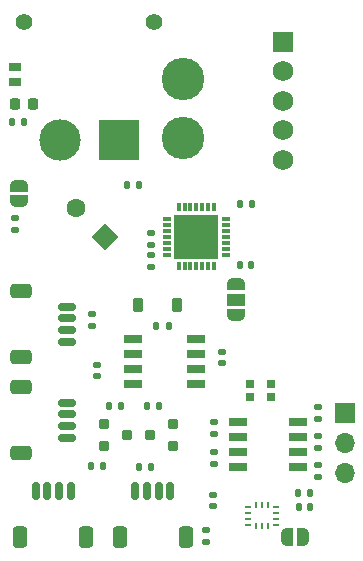
<source format=gbr>
%TF.GenerationSoftware,KiCad,Pcbnew,8.0.4*%
%TF.CreationDate,2025-04-14T17:42:23-04:00*%
%TF.ProjectId,Daisy_Board_Stepper,44616973-795f-4426-9f61-72645f537465,rev?*%
%TF.SameCoordinates,Original*%
%TF.FileFunction,Soldermask,Top*%
%TF.FilePolarity,Negative*%
%FSLAX46Y46*%
G04 Gerber Fmt 4.6, Leading zero omitted, Abs format (unit mm)*
G04 Created by KiCad (PCBNEW 8.0.4) date 2025-04-14 17:42:23*
%MOMM*%
%LPD*%
G01*
G04 APERTURE LIST*
G04 Aperture macros list*
%AMRoundRect*
0 Rectangle with rounded corners*
0 $1 Rounding radius*
0 $2 $3 $4 $5 $6 $7 $8 $9 X,Y pos of 4 corners*
0 Add a 4 corners polygon primitive as box body*
4,1,4,$2,$3,$4,$5,$6,$7,$8,$9,$2,$3,0*
0 Add four circle primitives for the rounded corners*
1,1,$1+$1,$2,$3*
1,1,$1+$1,$4,$5*
1,1,$1+$1,$6,$7*
1,1,$1+$1,$8,$9*
0 Add four rect primitives between the rounded corners*
20,1,$1+$1,$2,$3,$4,$5,0*
20,1,$1+$1,$4,$5,$6,$7,0*
20,1,$1+$1,$6,$7,$8,$9,0*
20,1,$1+$1,$8,$9,$2,$3,0*%
%AMRotRect*
0 Rectangle, with rotation*
0 The origin of the aperture is its center*
0 $1 length*
0 $2 width*
0 $3 Rotation angle, in degrees counterclockwise*
0 Add horizontal line*
21,1,$1,$2,0,0,$3*%
%AMFreePoly0*
4,1,19,0.500000,-0.750000,0.000000,-0.750000,0.000000,-0.744911,-0.071157,-0.744911,-0.207708,-0.704816,-0.327430,-0.627875,-0.420627,-0.520320,-0.479746,-0.390866,-0.500000,-0.250000,-0.500000,0.250000,-0.479746,0.390866,-0.420627,0.520320,-0.327430,0.627875,-0.207708,0.704816,-0.071157,0.744911,0.000000,0.744911,0.000000,0.750000,0.500000,0.750000,0.500000,-0.750000,0.500000,-0.750000,
$1*%
%AMFreePoly1*
4,1,19,0.000000,0.744911,0.071157,0.744911,0.207708,0.704816,0.327430,0.627875,0.420627,0.520320,0.479746,0.390866,0.500000,0.250000,0.500000,-0.250000,0.479746,-0.390866,0.420627,-0.520320,0.327430,-0.627875,0.207708,-0.704816,0.071157,-0.744911,0.000000,-0.744911,0.000000,-0.750000,-0.500000,-0.750000,-0.500000,0.750000,0.000000,0.750000,0.000000,0.744911,0.000000,0.744911,
$1*%
%AMFreePoly2*
4,1,19,0.550000,-0.750000,0.000000,-0.750000,0.000000,-0.744911,-0.071157,-0.744911,-0.207708,-0.704816,-0.327430,-0.627875,-0.420627,-0.520320,-0.479746,-0.390866,-0.500000,-0.250000,-0.500000,0.250000,-0.479746,0.390866,-0.420627,0.520320,-0.327430,0.627875,-0.207708,0.704816,-0.071157,0.744911,0.000000,0.744911,0.000000,0.750000,0.550000,0.750000,0.550000,-0.750000,0.550000,-0.750000,
$1*%
%AMFreePoly3*
4,1,19,0.000000,0.744911,0.071157,0.744911,0.207708,0.704816,0.327430,0.627875,0.420627,0.520320,0.479746,0.390866,0.500000,0.250000,0.500000,-0.250000,0.479746,-0.390866,0.420627,-0.520320,0.327430,-0.627875,0.207708,-0.704816,0.071157,-0.744911,0.000000,-0.744911,0.000000,-0.750000,-0.550000,-0.750000,-0.550000,0.750000,0.000000,0.750000,0.000000,0.744911,0.000000,0.744911,
$1*%
G04 Aperture macros list end*
%ADD10C,1.400000*%
%ADD11R,3.500000X3.500000*%
%ADD12C,3.500000*%
%ADD13RoundRect,0.135000X-0.185000X0.135000X-0.185000X-0.135000X0.185000X-0.135000X0.185000X0.135000X0*%
%ADD14RoundRect,0.150000X-0.150000X-0.625000X0.150000X-0.625000X0.150000X0.625000X-0.150000X0.625000X0*%
%ADD15RoundRect,0.250000X-0.350000X-0.650000X0.350000X-0.650000X0.350000X0.650000X-0.350000X0.650000X0*%
%ADD16RoundRect,0.135000X0.135000X0.185000X-0.135000X0.185000X-0.135000X-0.185000X0.135000X-0.185000X0*%
%ADD17RoundRect,0.135000X0.185000X-0.135000X0.185000X0.135000X-0.185000X0.135000X-0.185000X-0.135000X0*%
%ADD18R,1.700000X1.700000*%
%ADD19O,1.700000X1.700000*%
%ADD20RoundRect,0.200000X-0.250000X-0.200000X0.250000X-0.200000X0.250000X0.200000X-0.250000X0.200000X0*%
%ADD21R,1.016000X0.758000*%
%ADD22R,0.475000X0.250000*%
%ADD23R,0.250000X0.475000*%
%ADD24RoundRect,0.135000X-0.135000X-0.185000X0.135000X-0.185000X0.135000X0.185000X-0.135000X0.185000X0*%
%ADD25RoundRect,0.150000X-0.625000X0.150000X-0.625000X-0.150000X0.625000X-0.150000X0.625000X0.150000X0*%
%ADD26RoundRect,0.250000X-0.650000X0.350000X-0.650000X-0.350000X0.650000X-0.350000X0.650000X0.350000X0*%
%ADD27RoundRect,0.140000X-0.170000X0.140000X-0.170000X-0.140000X0.170000X-0.140000X0.170000X0.140000X0*%
%ADD28RoundRect,0.218750X-0.218750X-0.256250X0.218750X-0.256250X0.218750X0.256250X-0.218750X0.256250X0*%
%ADD29C,3.600000*%
%ADD30RoundRect,0.200000X0.250000X0.200000X-0.250000X0.200000X-0.250000X-0.200000X0.250000X-0.200000X0*%
%ADD31R,1.500000X0.650000*%
%ADD32RoundRect,0.140000X0.170000X-0.140000X0.170000X0.140000X-0.170000X0.140000X-0.170000X-0.140000X0*%
%ADD33RoundRect,0.140000X-0.140000X-0.170000X0.140000X-0.170000X0.140000X0.170000X-0.140000X0.170000X0*%
%ADD34R,1.750000X1.750000*%
%ADD35C,1.750000*%
%ADD36FreePoly0,90.000000*%
%ADD37FreePoly1,90.000000*%
%ADD38RoundRect,0.140000X0.140000X0.170000X-0.140000X0.170000X-0.140000X-0.170000X0.140000X-0.170000X0*%
%ADD39FreePoly2,270.000000*%
%ADD40R,1.500000X1.000000*%
%ADD41FreePoly3,270.000000*%
%ADD42R,0.800000X0.300000*%
%ADD43R,0.300000X0.800000*%
%ADD44R,3.800000X3.800000*%
%ADD45FreePoly0,180.000000*%
%ADD46FreePoly1,180.000000*%
%ADD47R,1.600000X0.760000*%
%ADD48R,0.700000X0.700000*%
%ADD49RoundRect,0.225000X0.225000X0.375000X-0.225000X0.375000X-0.225000X-0.375000X0.225000X-0.375000X0*%
%ADD50RotRect,1.600000X1.600000X135.000000*%
%ADD51C,1.600000*%
G04 APERTURE END LIST*
D10*
%TO.C,J4*%
X78916000Y-55626000D03*
X89916000Y-55626000D03*
D11*
X86916000Y-65626000D03*
D12*
X81916000Y-65626000D03*
%TD*%
D13*
%TO.C,R13*%
X103759000Y-88261000D03*
X103759000Y-89281000D03*
%TD*%
D14*
%TO.C,J5*%
X79850200Y-95388200D03*
X80850200Y-95388200D03*
X81850200Y-95388200D03*
X82850200Y-95388200D03*
D15*
X78550200Y-99263200D03*
X84150200Y-99263200D03*
%TD*%
D16*
%TO.C,R9*%
X85602000Y-93243400D03*
X84582000Y-93243400D03*
%TD*%
D17*
%TO.C,R11*%
X103759000Y-94161800D03*
X103759000Y-93141800D03*
%TD*%
D18*
%TO.C,J8*%
X106045000Y-88773000D03*
D19*
X106045000Y-91313000D03*
X106045000Y-93852999D03*
%TD*%
D20*
%TO.C,Q2*%
X85630000Y-89682200D03*
X85630000Y-91582200D03*
X87630000Y-90632200D03*
%TD*%
D21*
%TO.C,JP2*%
X78105556Y-59499980D03*
X78105556Y-60769980D03*
%TD*%
D17*
%TO.C,R17*%
X78105000Y-73255600D03*
X78105000Y-72235600D03*
%TD*%
D22*
%TO.C,IC3*%
X97863600Y-96707400D03*
X97863600Y-97207400D03*
X97863600Y-97707400D03*
X97863600Y-98207400D03*
D23*
X98526600Y-98369400D03*
X99026600Y-98369400D03*
X99526600Y-98369400D03*
D22*
X100189600Y-98207400D03*
X100189600Y-97707400D03*
X100189600Y-97207400D03*
X100189600Y-96707400D03*
D23*
X99526600Y-96545400D03*
X99026600Y-96545400D03*
X98526600Y-96545400D03*
%TD*%
D24*
%TO.C,R14*%
X88569800Y-93319600D03*
X89589800Y-93319600D03*
%TD*%
D25*
%TO.C,J2*%
X82473800Y-79750000D03*
X82473800Y-80750000D03*
X82473800Y-81750000D03*
X82473800Y-82750000D03*
D26*
X78598800Y-78450000D03*
X78598800Y-84050000D03*
%TD*%
D16*
%TO.C,R16*%
X78867000Y-64135000D03*
X77847000Y-64135000D03*
%TD*%
D24*
%TO.C,R2*%
X90089801Y-81356200D03*
X91109799Y-81356200D03*
%TD*%
D27*
%TO.C,C3*%
X89585800Y-75412600D03*
X89585800Y-76372600D03*
%TD*%
D28*
%TO.C,D1*%
X78079600Y-62611000D03*
X79654600Y-62611000D03*
%TD*%
D29*
%TO.C,J7*%
X92332600Y-65474400D03*
X92332600Y-60474400D03*
%TD*%
D17*
%TO.C,R1*%
X103759000Y-91696000D03*
X103759000Y-90676000D03*
%TD*%
D16*
%TO.C,R8*%
X87096600Y-88163400D03*
X86076600Y-88163400D03*
%TD*%
D30*
%TO.C,Q1*%
X91516200Y-91567000D03*
X91516200Y-89667000D03*
X89516200Y-90617000D03*
%TD*%
D31*
%TO.C,IC2*%
X93479600Y-86349800D03*
X93479600Y-85079800D03*
X93479600Y-83809800D03*
X93479600Y-82539800D03*
X88079600Y-82539800D03*
X88079600Y-83809800D03*
X88079600Y-85079800D03*
X88079600Y-86349800D03*
%TD*%
D32*
%TO.C,C7*%
X94843600Y-96644400D03*
X94843600Y-95684400D03*
%TD*%
D33*
%TO.C,C8*%
X102136000Y-96723200D03*
X103096000Y-96723200D03*
%TD*%
D17*
%TO.C,R3*%
X94259400Y-99671599D03*
X94259400Y-98651601D03*
%TD*%
%TO.C,R12*%
X94970600Y-93116400D03*
X94970600Y-92096400D03*
%TD*%
D34*
%TO.C,Jr1*%
X100761800Y-57335400D03*
D35*
X100761800Y-59835400D03*
X100761800Y-62335400D03*
X100761800Y-64835400D03*
X100761800Y-67335400D03*
%TD*%
D33*
%TO.C,C2*%
X97160200Y-76225400D03*
X98120200Y-76225400D03*
%TD*%
D36*
%TO.C,JP1*%
X78486000Y-70804800D03*
D37*
X78486000Y-69504800D03*
%TD*%
D16*
%TO.C,R7*%
X90324400Y-88138000D03*
X89304400Y-88138000D03*
%TD*%
D27*
%TO.C,C4*%
X84607400Y-80419000D03*
X84607400Y-81379000D03*
%TD*%
D38*
%TO.C,C10*%
X98143000Y-71094600D03*
X97183000Y-71094600D03*
%TD*%
D27*
%TO.C,C6*%
X95605600Y-83583800D03*
X95605600Y-84543800D03*
%TD*%
D25*
%TO.C,J1*%
X82473800Y-87878000D03*
X82473800Y-88878000D03*
X82473800Y-89878000D03*
X82473800Y-90878000D03*
D26*
X78598800Y-86578000D03*
X78598800Y-92178000D03*
%TD*%
D39*
%TO.C,JP3*%
X96789500Y-77871800D03*
D40*
X96789500Y-79171800D03*
D41*
X96789500Y-80471800D03*
%TD*%
D16*
%TO.C,R15*%
X103100599Y-95529400D03*
X102080601Y-95529400D03*
%TD*%
D42*
%TO.C,IC4*%
X90970600Y-72348600D03*
X90970600Y-72848600D03*
X90970600Y-73348600D03*
X90970600Y-73848600D03*
X90970600Y-74348600D03*
X90970600Y-74848600D03*
X90970600Y-75348600D03*
D43*
X91970600Y-76348600D03*
X92470600Y-76348600D03*
X92970600Y-76348600D03*
X93470600Y-76348600D03*
X93970600Y-76348600D03*
X94470600Y-76348600D03*
X94970600Y-76348600D03*
D42*
X95970600Y-75348600D03*
X95970600Y-74848600D03*
X95970600Y-74348600D03*
X95970600Y-73848600D03*
X95970600Y-73348600D03*
X95970600Y-72848600D03*
X95970600Y-72348600D03*
D43*
X94970600Y-71348600D03*
X94470600Y-71348600D03*
X93970600Y-71348600D03*
X93470600Y-71348600D03*
X92970600Y-71348600D03*
X92470600Y-71348600D03*
X91970600Y-71348600D03*
D44*
X93470600Y-73848600D03*
%TD*%
D27*
%TO.C,C5*%
X85039200Y-84671000D03*
X85039200Y-85631000D03*
%TD*%
D14*
%TO.C,J6*%
X88269600Y-95388200D03*
X89269600Y-95388200D03*
X90269600Y-95388200D03*
X91269600Y-95388200D03*
D15*
X86969600Y-99263200D03*
X92569600Y-99263200D03*
%TD*%
D17*
%TO.C,R10*%
X94970600Y-90574400D03*
X94970600Y-89554400D03*
%TD*%
D45*
%TO.C,JP4*%
X102463600Y-99288600D03*
D46*
X101163602Y-99288600D03*
%TD*%
D47*
%TO.C,SW1*%
X97002600Y-89535000D03*
X97002600Y-90805000D03*
X97002600Y-92075000D03*
X97002600Y-93345000D03*
X102082600Y-93345000D03*
X102082600Y-92075000D03*
X102082600Y-90805000D03*
X102082600Y-89535000D03*
%TD*%
D48*
%TO.C,LED1*%
X97992000Y-86276000D03*
X97992000Y-87376000D03*
X99822000Y-87376000D03*
X99822000Y-86276000D03*
%TD*%
D33*
%TO.C,C9*%
X87609800Y-69469000D03*
X88569800Y-69469000D03*
%TD*%
D27*
%TO.C,C1*%
X89585800Y-73538200D03*
X89585800Y-74498200D03*
%TD*%
D49*
%TO.C,D2*%
X91794600Y-79629000D03*
X88494600Y-79629000D03*
%TD*%
D50*
%TO.C,C11*%
X85761500Y-73874300D03*
D51*
X83286626Y-71399426D03*
%TD*%
M02*

</source>
